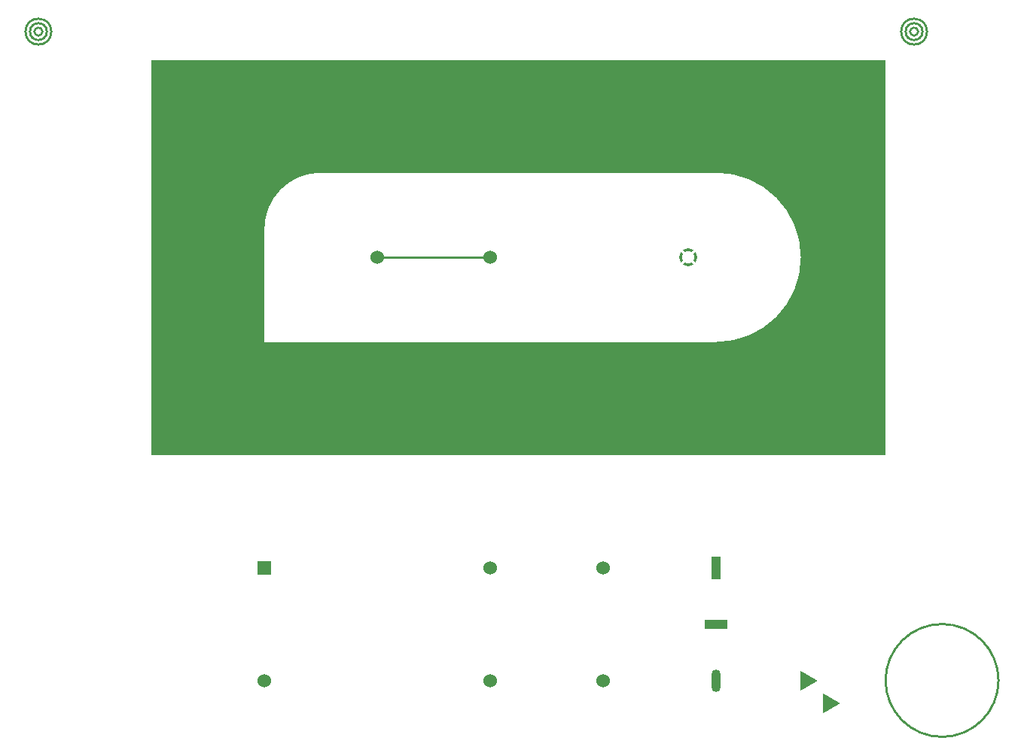
<source format=gbr>
%TF.GerberVersion,J1*%G04 Ucamco ex. 2: Shapes*%TF.Part,Other*%%FSLAX23Y23*%%MOIN*%%LPD*%%SRX1Y1I0J0*%G04 Define Apertures*%AMTARGET125*6,0,0,0.125,.01,0.01,3,0.003,0.150,0*%%AMTHERMAL80*7,0,0,0.080,0.055,0.0125,45*%%ADD10C,0.01*%%ADD11C,0.06*%%ADD12R,0.06X0.06*%%ADD13R,0.04X0.100*%%ADD14R,0.100X0.04*%%ADD15O,0.04X0.100*%￼￼￼￼￼￼￼￼￼￼%ADD16P,0.100X3*%￼￼￼￼￼￼￼￼%ADD17P,0.100X3*%￼￼￼￼￼￼￼￼%ADD18TARGET125*%￼￼￼￼￼￼￼%ADD19THERMAL80*%￼￼￼￼￼￼￼G04 Start image generation￼￼￼￼￼D10*￼￼￼￼￼￼X0Y250D02*￼￼￼￼￼￼G01X0Y0D01*￼￼￼￼￼￼G01X250Y0D01*￼￼￼￼￼￼￼￼X1000Y1000D02*￼￼￼￼￼￼G01X1500D01*￼￼￼￼￼￼￼￼G01X2000Y1500D01*￼￼￼￼￼￼￼￼X2500D02*￼￼￼￼￼￼￼￼G01Y1000D01*￼￼￼￼￼￼D11*￼￼￼￼￼￼￼￼X1000Y1000D03*￼￼￼￼￼￼X2000D03*￼￼￼￼￼￼X2500D03*￼￼￼￼￼￼Y1500D03*￼￼￼￼￼￼X2000D03*￼￼￼￼￼￼D12*￼￼￼￼￼￼￼￼X1000Y1500D03*￼￼￼￼￼￼D13*￼￼￼￼￼￼￼￼X3000Y1500D03*￼￼￼￼￼￼D14*￼￼￼￼￼￼Y1250D03*￼￼￼￼￼￼D15*￼￼￼￼￼￼￼￼￼￼￼Y1000D03*￼￼￼￼￼￼D10*￼￼￼￼￼￼￼￼X3750Y1000D02*￼￼￼￼￼￼G75*￼￼￼￼￼￼￼￼G03X3750Y1000I250J0D01*￼￼￼￼￼D16*￼￼￼￼￼￼￼X3400Y1000D03*￼￼￼￼￼D17*￼￼￼￼￼￼X3500Y900D03*￼￼￼￼￼￼D10*￼￼￼￼￼￼G36*￼￼￼￼￼￼X500Y2000D02*￼￼￼￼￼￼G01Y3750D01*￼￼￼￼￼￼G01X3750D01*￼￼￼￼￼￼G01Y2000D01*￼￼￼￼￼￼G01X500D01*￼￼￼￼￼￼G37*￼￼￼￼￼￼D18*￼￼￼￼￼￼X0Y3875D03*￼￼￼￼￼￼￼￼X3875Y3875D03*￼￼￼￼￼￼%LPC*%￼￼￼￼￼￼G36*￼￼￼￼￼￼￼￼X1000Y2500D02*￼￼￼￼￼￼G01Y3000D01*￼￼￼￼￼￼G74*￼￼￼￼￼￼￼￼G02X1250Y3250I250J0D01*￼￼￼￼￼￼G01X3000D01*￼￼￼￼￼￼G75*￼￼￼￼￼￼￼￼G02X3000Y2500I0J-375D01*￼￼￼￼￼￼G01X1000D01*￼￼￼G37*
%LPD*%D10*X1500Y2875D02*G01X2000D01*D11*X1500Y2875D03*X2000D03*D19*X2875Y2875D03*%TF.MD5,c637222723797acbb5d81635a1804*%M02*
</source>
